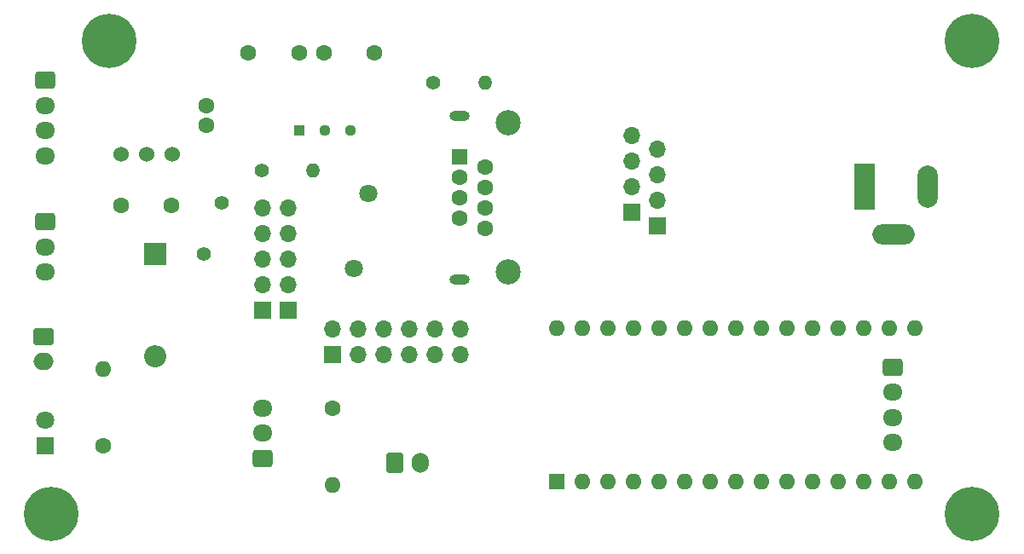
<source format=gbr>
%TF.GenerationSoftware,KiCad,Pcbnew,8.0.9-8.0.9-0~ubuntu22.04.1*%
%TF.CreationDate,2025-06-27T15:10:22+09:00*%
%TF.ProjectId,M302N,4d333032-4e2e-46b6-9963-61645f706362,2.00*%
%TF.SameCoordinates,Original*%
%TF.FileFunction,Soldermask,Top*%
%TF.FilePolarity,Negative*%
%FSLAX46Y46*%
G04 Gerber Fmt 4.6, Leading zero omitted, Abs format (unit mm)*
G04 Created by KiCad (PCBNEW 8.0.9-8.0.9-0~ubuntu22.04.1) date 2025-06-27 15:10:22*
%MOMM*%
%LPD*%
G01*
G04 APERTURE LIST*
G04 Aperture macros list*
%AMRoundRect*
0 Rectangle with rounded corners*
0 $1 Rounding radius*
0 $2 $3 $4 $5 $6 $7 $8 $9 X,Y pos of 4 corners*
0 Add a 4 corners polygon primitive as box body*
4,1,4,$2,$3,$4,$5,$6,$7,$8,$9,$2,$3,0*
0 Add four circle primitives for the rounded corners*
1,1,$1+$1,$2,$3*
1,1,$1+$1,$4,$5*
1,1,$1+$1,$6,$7*
1,1,$1+$1,$8,$9*
0 Add four rect primitives between the rounded corners*
20,1,$1+$1,$2,$3,$4,$5,0*
20,1,$1+$1,$4,$5,$6,$7,0*
20,1,$1+$1,$6,$7,$8,$9,0*
20,1,$1+$1,$8,$9,$2,$3,0*%
G04 Aperture macros list end*
%ADD10R,1.700000X1.700000*%
%ADD11O,1.700000X1.700000*%
%ADD12O,2.000000X1.000000*%
%ADD13C,2.500000*%
%ADD14R,1.600000X1.600000*%
%ADD15C,1.600000*%
%ADD16C,1.400000*%
%ADD17O,1.600000X1.600000*%
%ADD18C,5.400000*%
%ADD19RoundRect,0.250000X-0.750000X0.600000X-0.750000X-0.600000X0.750000X-0.600000X0.750000X0.600000X0*%
%ADD20O,2.000000X1.700000*%
%ADD21RoundRect,0.250000X-0.725000X0.600000X-0.725000X-0.600000X0.725000X-0.600000X0.725000X0.600000X0*%
%ADD22O,1.950000X1.700000*%
%ADD23O,1.400000X1.400000*%
%ADD24RoundRect,0.250000X-0.600000X-0.750000X0.600000X-0.750000X0.600000X0.750000X-0.600000X0.750000X0*%
%ADD25O,1.700000X2.000000*%
%ADD26R,1.117600X1.117600*%
%ADD27C,1.117600*%
%ADD28RoundRect,0.250000X0.725000X-0.600000X0.725000X0.600000X-0.725000X0.600000X-0.725000X-0.600000X0*%
%ADD29R,2.200000X2.200000*%
%ADD30O,2.200000X2.200000*%
%ADD31C,1.800000*%
%ADD32C,1.524000*%
%ADD33R,1.800000X1.800000*%
%ADD34R,2.000000X4.600000*%
%ADD35O,2.000000X4.200000*%
%ADD36O,4.200000X2.000000*%
G04 APERTURE END LIST*
D10*
%TO.C,J18*%
X135680000Y-81229200D03*
D11*
X135680000Y-78689200D03*
X135680000Y-76149200D03*
X135680000Y-73609200D03*
%TD*%
D10*
%TO.C,J13*%
X99060000Y-89662000D03*
D11*
X99060000Y-87122000D03*
X99060000Y-84582000D03*
X99060000Y-82042000D03*
X99060000Y-79502000D03*
%TD*%
D12*
%TO.C,J11*%
X116064000Y-86577000D03*
D13*
X120904000Y-85852000D03*
X120904000Y-71052000D03*
D12*
X116064000Y-70327000D03*
D14*
X116064000Y-74372000D03*
D15*
X118604000Y-75392000D03*
X116064000Y-76412000D03*
X118604000Y-77432000D03*
X116064000Y-78452000D03*
X118604000Y-79472000D03*
X116064000Y-80492000D03*
X118604000Y-81512000D03*
%TD*%
%TO.C,C2*%
X100123000Y-64075000D03*
X95123000Y-64075000D03*
%TD*%
D16*
%TO.C,F1*%
X90675000Y-84074000D03*
X92475000Y-78974000D03*
%TD*%
D15*
%TO.C,R1*%
X80700000Y-103125000D03*
D17*
X80700000Y-95505000D03*
%TD*%
D18*
%TO.C,REF\u002A\u002A*%
X75565000Y-109855000D03*
%TD*%
D10*
%TO.C,J19*%
X133140000Y-79883000D03*
D11*
X133140000Y-77343000D03*
X133140000Y-74803000D03*
X133140000Y-72263000D03*
%TD*%
D19*
%TO.C,J12*%
X74782000Y-92269000D03*
D20*
X74782000Y-94769000D03*
%TD*%
D14*
%TO.C,A1*%
X125730000Y-106680000D03*
D17*
X128270000Y-106680000D03*
X130810000Y-106680000D03*
X133350000Y-106680000D03*
X135890000Y-106680000D03*
X138430000Y-106680000D03*
X140970000Y-106680000D03*
X143510000Y-106680000D03*
X146050000Y-106680000D03*
X148590000Y-106680000D03*
X151130000Y-106680000D03*
X153670000Y-106680000D03*
X156210000Y-106680000D03*
X158750000Y-106680000D03*
X161290000Y-106680000D03*
X161290000Y-91440000D03*
X158750000Y-91440000D03*
X156210000Y-91440000D03*
X153670000Y-91440000D03*
X151130000Y-91440000D03*
X148590000Y-91440000D03*
X146050000Y-91440000D03*
X143510000Y-91440000D03*
X140970000Y-91440000D03*
X138430000Y-91440000D03*
X135890000Y-91440000D03*
X133350000Y-91440000D03*
X130810000Y-91440000D03*
X128270000Y-91440000D03*
X125730000Y-91440000D03*
%TD*%
D15*
%TO.C,C4*%
X82500000Y-79250000D03*
X87500000Y-79250000D03*
%TD*%
D18*
%TO.C,REF\u002A\u002A*%
X81280000Y-62865000D03*
%TD*%
D10*
%TO.C,J3*%
X103479600Y-94030800D03*
D11*
X103479600Y-91490800D03*
X106019600Y-94030800D03*
X106019600Y-91490800D03*
X108559600Y-94030800D03*
X108559600Y-91490800D03*
X111099600Y-94030800D03*
X111099600Y-91490800D03*
X113639600Y-94030800D03*
X113639600Y-91490800D03*
X116179600Y-94030800D03*
X116179600Y-91490800D03*
%TD*%
D21*
%TO.C,J4*%
X74930000Y-66802000D03*
D22*
X74930000Y-69302000D03*
X74930000Y-71802000D03*
X74930000Y-74302000D03*
%TD*%
D16*
%TO.C,D4*%
X113495000Y-67032500D03*
D23*
X118660000Y-67032500D03*
%TD*%
D24*
%TO.C,J7*%
X109675000Y-104775000D03*
D25*
X112175000Y-104775000D03*
%TD*%
D26*
%TO.C,U2*%
X100123000Y-71750000D03*
D27*
X102663000Y-71750000D03*
X105203000Y-71750000D03*
%TD*%
D28*
%TO.C,J6*%
X96550000Y-104375000D03*
D22*
X96550000Y-101875000D03*
X96550000Y-99375000D03*
%TD*%
D15*
%TO.C,C5*%
X102616000Y-64075000D03*
X107616000Y-64075000D03*
%TD*%
%TO.C,R2*%
X103479600Y-99375000D03*
D17*
X103479600Y-106995000D03*
%TD*%
D29*
%TO.C,D3*%
X85852000Y-84074000D03*
D30*
X85852000Y-94234000D03*
%TD*%
D31*
%TO.C,R3*%
X105599000Y-85538000D03*
X107000000Y-78038000D03*
%TD*%
D32*
%TO.C,FL1*%
X87580000Y-74150000D03*
X85040000Y-74150000D03*
X82500000Y-74150000D03*
%TD*%
D18*
%TO.C,REF\u002A\u002A*%
X167005000Y-62865000D03*
%TD*%
D33*
%TO.C,D2*%
X74930000Y-103124000D03*
D31*
X74930000Y-100584000D03*
%TD*%
D16*
%TO.C,D1*%
X96410000Y-75750000D03*
D23*
X101490000Y-75750000D03*
%TD*%
D10*
%TO.C,J14*%
X96520000Y-89662000D03*
D11*
X96520000Y-87122000D03*
X96520000Y-84582000D03*
X96520000Y-82042000D03*
X96520000Y-79502000D03*
%TD*%
D21*
%TO.C,J5*%
X74909000Y-80879000D03*
D22*
X74909000Y-83379000D03*
X74909000Y-85879000D03*
%TD*%
D15*
%TO.C,C1*%
X90932000Y-69302000D03*
X90932000Y-71302000D03*
%TD*%
D18*
%TO.C,REF\u002A\u002A*%
X167005000Y-109855000D03*
%TD*%
D34*
%TO.C,J1*%
X156260000Y-77343600D03*
D35*
X162560000Y-77343600D03*
D36*
X159160000Y-82143600D03*
%TD*%
D21*
%TO.C,J2*%
X159054800Y-95310000D03*
D22*
X159054800Y-97810000D03*
X159054800Y-100310000D03*
X159054800Y-102810000D03*
%TD*%
M02*

</source>
